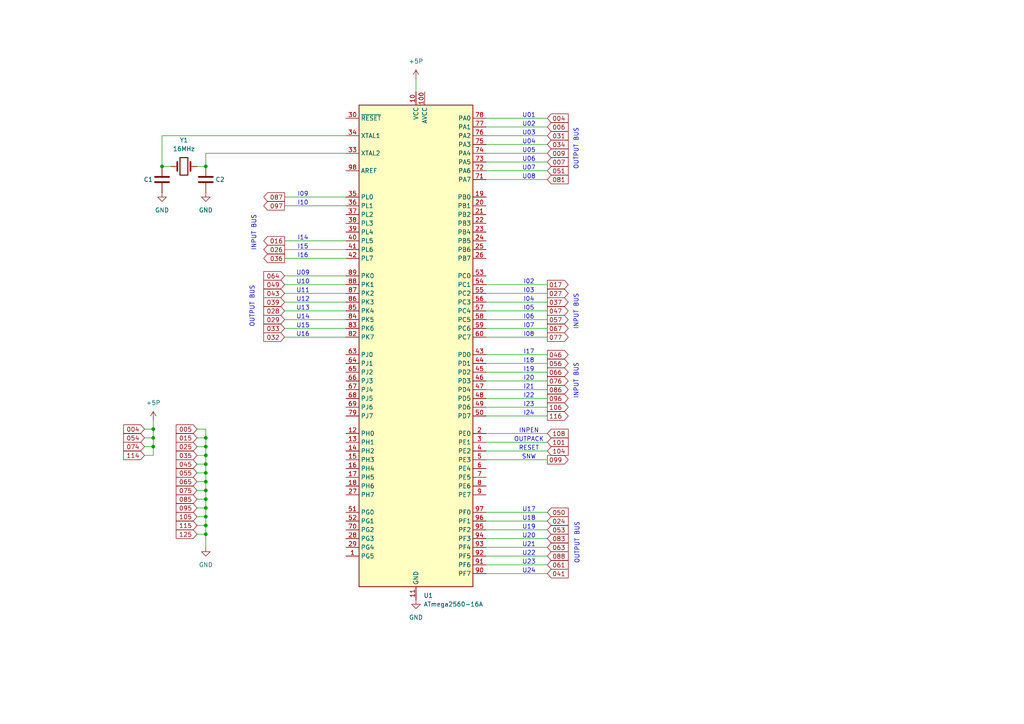
<source format=kicad_sch>
(kicad_sch (version 20231120) (generator "eeschema") (generator_version "8.0")
  (paper "A4")
  (lib_symbols
    (symbol "Device:C" (pin_numbers hide) (pin_names (offset 0.254))
      (property "Reference" "C" (at 0.635 2.54 0))
      (property "Value" "C" (at 0.635 -2.54 0))
      (symbol "C_0_1"
        (polyline (pts (xy -2.032 -0.762) (xy 2.032 -0.762)) (stroke (width 0.508)))
        (polyline (pts (xy -2.032 0.762) (xy 2.032 0.762)) (stroke (width 0.508)))
      )
      (symbol "C_1_1"
        (pin passive line (at 0 3.81 270) (length 2.794) (name "~") (number "1"))
        (pin passive line (at 0 -3.81 90) (length 2.794) (name "~") (number "2"))
      )
    )
    (symbol "Device:Crystal" (pin_numbers hide) (pin_names (offset 1.016) hide)
      (property "Reference" "Y" (at 0 3.81 0))
      (property "Value" "Crystal" (at 0 -3.81 0))
      (symbol "Crystal_0_1"
        (rectangle (start -1.143 2.54) (end 1.143 -2.54) (stroke (width 0.3048)))
        (polyline (pts (xy -2.54 0) (xy -1.905 0)))
        (polyline (pts (xy -1.905 -1.27) (xy -1.905 1.27)) (stroke (width 0.508)))
        (polyline (pts (xy 1.905 -1.27) (xy 1.905 1.27)) (stroke (width 0.508)))
        (polyline (pts (xy 2.54 0) (xy 1.905 0)))
      )
      (symbol "Crystal_1_1"
        (pin passive line (at -3.81 0 0) (length 1.27) (name "1") (number "1"))
        (pin passive line (at 3.81 0 180) (length 1.27) (name "2") (number "2"))
      )
    )
    (symbol "MCU_Microchip_ATmega:ATmega2560-16A"
      (property "Reference" "U" (at 0 1.27 0))
      (property "Value" "ATmega2560-16A" (at 0 -1.27 0))
      (symbol "ATmega2560-16A_0_1"
        (rectangle (start -16.51 -69.85) (end 16.51 69.85) (stroke (width 0.254)) (fill (type background)))
      )
      (symbol "ATmega2560-16A_1_1"
        (pin bidirectional line (at -20.32 -60.96 0) (length 3.81) (name "PG5") (number "1"))
        (pin power_in line (at 0 73.66 270) (length 3.81) (name "VCC") (number "10"))
        (pin power_in line (at 2.54 73.66 270) (length 3.81) (name "AVCC") (number "100"))
        (pin power_in line (at 0 -73.66 90) (length 3.81) (name "GND") (number "11"))
        (pin bidirectional line (at -20.32 -25.4 0) (length 3.81) (name "PH0") (number "12"))
        (pin bidirectional line (at -20.32 -27.94 0) (length 3.81) (name "PH1") (number "13"))
        (pin bidirectional line (at -20.32 -30.48 0) (length 3.81) (name "PH2") (number "14"))
        (pin bidirectional line (at -20.32 -33.02 0) (length 3.81) (name "PH3") (number "15"))
        (pin bidirectional line (at -20.32 -35.56 0) (length 3.81) (name "PH4") (number "16"))
        (pin bidirectional line (at -20.32 -38.1 0) (length 3.81) (name "PH5") (number "17"))
        (pin bidirectional line (at -20.32 -40.64 0) (length 3.81) (name "PH6") (number "18"))
        (pin bidirectional line (at 20.32 43.18 180) (length 3.81) (name "PB0") (number "19"))
        (pin bidirectional line (at 20.32 -25.4 180) (length 3.81) (name "PE0") (number "2"))
        (pin bidirectional line (at 20.32 40.64 180) (length 3.81) (name "PB1") (number "20"))
        (pin bidirectional line (at 20.32 38.1 180) (length 3.81) (name "PB2") (number "21"))
        (pin bidirectional line (at 20.32 35.56 180) (length 3.81) (name "PB3") (number "22"))
        (pin bidirectional line (at 20.32 33.02 180) (length 3.81) (name "PB4") (number "23"))
        (pin bidirectional line (at 20.32 30.48 180) (length 3.81) (name "PB5") (number "24"))
        (pin bidirectional line (at 20.32 27.94 180) (length 3.81) (name "PB6") (number "25"))
        (pin bidirectional line (at 20.32 25.4 180) (length 3.81) (name "PB7") (number "26"))
        (pin bidirectional line (at -20.32 -43.18 0) (length 3.81) (name "PH7") (number "27"))
        (pin bidirectional line (at -20.32 -55.88 0) (length 3.81) (name "PG3") (number "28"))
        (pin bidirectional line (at -20.32 -58.42 0) (length 3.81) (name "PG4") (number "29"))
        (pin bidirectional line (at 20.32 -27.94 180) (length 3.81) (name "PE1") (number "3"))
        (pin input line (at -20.32 66.04 0) (length 3.81) (name "~{RESET}") (number "30"))
        (pin passive line (at 0 73.66 270) (length 3.81) hide (name "VCC") (number "31"))
        (pin passive line (at 0 -73.66 90) (length 3.81) hide (name "GND") (number "32"))
        (pin output line (at -20.32 55.88 0) (length 3.81) (name "XTAL2") (number "33"))
        (pin input line (at -20.32 60.96 0) (length 3.81) (name "XTAL1") (number "34"))
        (pin bidirectional line (at -20.32 43.18 0) (length 3.81) (name "PL0") (number "35"))
        (pin bidirectional line (at -20.32 40.64 0) (length 3.81) (name "PL1") (number "36"))
        (pin bidirectional line (at -20.32 38.1 0) (length 3.81) (name "PL2") (number "37"))
        (pin bidirectional line (at -20.32 35.56 0) (length 3.81) (name "PL3") (number "38"))
        (pin bidirectional line (at -20.32 33.02 0) (length 3.81) (name "PL4") (number "39"))
        (pin bidirectional line (at 20.32 -30.48 180) (length 3.81) (name "PE2") (number "4"))
        (pin bidirectional line (at -20.32 30.48 0) (length 3.81) (name "PL5") (number "40"))
        (pin bidirectional line (at -20.32 27.94 0) (length 3.81) (name "PL6") (number "41"))
        (pin bidirectional line (at -20.32 25.4 0) (length 3.81) (name "PL7") (number "42"))
        (pin bidirectional line (at 20.32 -2.54 180) (length 3.81) (name "PD0") (number "43"))
        (pin bidirectional line (at 20.32 -5.08 180) (length 3.81) (name "PD1") (number "44"))
        (pin bidirectional line (at 20.32 -7.62 180) (length 3.81) (name "PD2") (number "45"))
        (pin bidirectional line (at 20.32 -10.16 180) (length 3.81) (name "PD3") (number "46"))
        (pin bidirectional line (at 20.32 -12.7 180) (length 3.81) (name "PD4") (number "47"))
        (pin bidirectional line (at 20.32 -15.24 180) (length 3.81) (name "PD5") (number "48"))
        (pin bidirectional line (at 20.32 -17.78 180) (length 3.81) (name "PD6") (number "49"))
        (pin bidirectional line (at 20.32 -33.02 180) (length 3.81) (name "PE3") (number "5"))
        (pin bidirectional line (at 20.32 -20.32 180) (length 3.81) (name "PD7") (number "50"))
        (pin bidirectional line (at -20.32 -48.26 0) (length 3.81) (name "PG0") (number "51"))
        (pin bidirectional line (at -20.32 -50.8 0) (length 3.81) (name "PG1") (number "52"))
        (pin bidirectional line (at 20.32 20.32 180) (length 3.81) (name "PC0") (number "53"))
        (pin bidirectional line (at 20.32 17.78 180) (length 3.81) (name "PC1") (number "54"))
        (pin bidirectional line (at 20.32 15.24 180) (length 3.81) (name "PC2") (number "55"))
        (pin bidirectional line (at 20.32 12.7 180) (length 3.81) (name "PC3") (number "56"))
        (pin bidirectional line (at 20.32 10.16 180) (length 3.81) (name "PC4") (number "57"))
        (pin bidirectional line (at 20.32 7.62 180) (length 3.81) (name "PC5") (number "58"))
        (pin bidirectional line (at 20.32 5.08 180) (length 3.81) (name "PC6") (number "59"))
        (pin bidirectional line (at 20.32 -35.56 180) (length 3.81) (name "PE4") (number "6"))
        (pin bidirectional line (at 20.32 2.54 180) (length 3.81) (name "PC7") (number "60"))
        (pin passive line (at 0 73.66 270) (length 3.81) hide (name "VCC") (number "61"))
        (pin passive line (at 0 -73.66 90) (length 3.81) hide (name "GND") (number "62"))
        (pin bidirectional line (at -20.32 -2.54 0) (length 3.81) (name "PJ0") (number "63"))
        (pin bidirectional line (at -20.32 -5.08 0) (length 3.81) (name "PJ1") (number "64"))
        (pin bidirectional line (at -20.32 -7.62 0) (length 3.81) (name "PJ2") (number "65"))
        (pin bidirectional line (at -20.32 -10.16 0) (length 3.81) (name "PJ3") (number "66"))
        (pin bidirectional line (at -20.32 -12.7 0) (length 3.81) (name "PJ4") (number "67"))
        (pin bidirectional line (at -20.32 -15.24 0) (length 3.81) (name "PJ5") (number "68"))
        (pin bidirectional line (at -20.32 -17.78 0) (length 3.81) (name "PJ6") (number "69"))
        (pin bidirectional line (at 20.32 -38.1 180) (length 3.81) (name "PE5") (number "7"))
        (pin bidirectional line (at -20.32 -53.34 0) (length 3.81) (name "PG2") (number "70"))
        (pin bidirectional line (at 20.32 48.26 180) (length 3.81) (name "PA7") (number "71"))
        (pin bidirectional line (at 20.32 50.8 180) (length 3.81) (name "PA6") (number "72"))
        (pin bidirectional line (at 20.32 53.34 180) (length 3.81) (name "PA5") (number "73"))
        (pin bidirectional line (at 20.32 55.88 180) (length 3.81) (name "PA4") (number "74"))
        (pin bidirectional line (at 20.32 58.42 180) (length 3.81) (name "PA3") (number "75"))
        (pin bidirectional line (at 20.32 60.96 180) (length 3.81) (name "PA2") (number "76"))
        (pin bidirectional line (at 20.32 63.5 180) (length 3.81) (name "PA1") (number "77"))
        (pin bidirectional line (at 20.32 66.04 180) (length 3.81) (name "PA0") (number "78"))
        (pin bidirectional line (at -20.32 -20.32 0) (length 3.81) (name "PJ7") (number "79"))
        (pin bidirectional line (at 20.32 -40.64 180) (length 3.81) (name "PE6") (number "8"))
        (pin passive line (at 0 73.66 270) (length 3.81) hide (name "VCC") (number "80"))
        (pin passive line (at 0 -73.66 90) (length 3.81) hide (name "GND") (number "81"))
        (pin bidirectional line (at -20.32 2.54 0) (length 3.81) (name "PK7") (number "82"))
        (pin bidirectional line (at -20.32 5.08 0) (length 3.81) (name "PK6") (number "83"))
        (pin bidirectional line (at -20.32 7.62 0) (length 3.81) (name "PK5") (number "84"))
        (pin bidirectional line (at -20.32 10.16 0) (length 3.81) (name "PK4") (number "85"))
        (pin bidirectional line (at -20.32 12.7 0) (length 3.81) (name "PK3") (number "86"))
        (pin bidirectional line (at -20.32 15.24 0) (length 3.81) (name "PK2") (number "87"))
        (pin bidirectional line (at -20.32 17.78 0) (length 3.81) (name "PK1") (number "88"))
        (pin bidirectional line (at -20.32 20.32 0) (length 3.81) (name "PK0") (number "89"))
        (pin bidirectional line (at 20.32 -43.18 180) (length 3.81) (name "PE7") (number "9"))
        (pin bidirectional line (at 20.32 -66.04 180) (length 3.81) (name "PF7") (number "90"))
        (pin bidirectional line (at 20.32 -63.5 180) (length 3.81) (name "PF6") (number "91"))
        (pin bidirectional line (at 20.32 -60.96 180) (length 3.81) (name "PF5") (number "92"))
        (pin bidirectional line (at 20.32 -58.42 180) (length 3.81) (name "PF4") (number "93"))
        (pin bidirectional line (at 20.32 -55.88 180) (length 3.81) (name "PF3") (number "94"))
        (pin bidirectional line (at 20.32 -53.34 180) (length 3.81) (name "PF2") (number "95"))
        (pin bidirectional line (at 20.32 -50.8 180) (length 3.81) (name "PF1") (number "96"))
        (pin bidirectional line (at 20.32 -48.26 180) (length 3.81) (name "PF0") (number "97"))
        (pin passive line (at -20.32 50.8 0) (length 3.81) (name "AREF") (number "98"))
        (pin passive line (at 0 -73.66 90) (length 3.81) hide (name "GND") (number "99"))
      )
    )
    (symbol "power:+5P" (power) (pin_numbers hide) (pin_names (offset 0) hide)
      (property "Value" "+5P" (at 0 3.556 0))
      (symbol "+5P_0_1"
        (polyline (pts (xy -0.762 1.27) (xy 0 2.54)))
        (polyline (pts (xy 0 0) (xy 0 2.54)))
        (polyline (pts (xy 0 2.54) (xy 0.762 1.27)))
      )
      (symbol "+5P_1_1"
        (pin power_in line (at 0 0 90) (length 0) (name "~") (number "1"))
      )
    )
    (symbol "power:GND" (power) (pin_numbers hide) (pin_names (offset 0) hide)
      (property "Value" "GND" (at 0 -3.81 0))
      (symbol "GND_0_1"
        (polyline (pts (xy 0 0) (xy 0 -1.27) (xy 1.27 -1.27) (xy 0 -2.54) (xy -1.27 -1.27) (xy 0 -1.27)))
      )
      (symbol "GND_1_1"
        (pin power_in line (at 0 0 270) (length 0) (name "~") (number "1"))
      )
    )
  )
  (junction (at 59.69 48.26))
  (junction (at 59.69 142.24))
  (junction (at 44.45 129.54))
  (junction (at 59.69 129.54))
  (junction (at 44.45 124.46))
  (junction (at 44.45 127))
  (junction (at 59.69 127))
  (junction (at 59.69 147.32))
  (junction (at 59.69 144.78))
  (junction (at 59.69 132.08))
  (junction (at 59.69 134.62))
  (junction (at 59.69 152.4))
  (junction (at 59.69 139.7))
  (junction (at 59.69 137.16))
  (junction (at 46.99 48.26))
  (junction (at 59.69 149.86))
  (junction (at 59.69 154.94))
  (wire (pts (xy 57.15 127) (xy 59.69 127)))
  (wire (pts (xy 100.33 39.37) (xy 46.99 39.37)))
  (wire (pts (xy 44.45 121.92) (xy 44.45 124.46)))
  (wire (pts (xy 82.55 87.63) (xy 100.33 87.63)))
  (wire (pts (xy 82.55 97.79) (xy 100.33 97.79)))
  (wire (pts (xy 57.15 142.24) (xy 59.69 142.24)))
  (wire (pts (xy 59.69 124.46) (xy 59.69 127)))
  (wire (pts (xy 158.75 97.79) (xy 140.97 97.79)))
  (wire (pts (xy 57.15 124.46) (xy 59.69 124.46)))
  (wire (pts (xy 322.58 59.69) (xy 340.36 59.69)))
  (wire (pts (xy 158.75 156.21) (xy 140.97 156.21)))
  (wire (pts (xy 322.58 21.59) (xy 340.36 21.59)))
  (wire (pts (xy 57.15 48.26) (xy 59.69 48.26)))
  (wire (pts (xy 322.58 34.29) (xy 340.36 34.29)))
  (wire (pts (xy 158.75 120.65) (xy 140.97 120.65)))
  (wire (pts (xy 59.69 137.16) (xy 59.69 139.7)))
  (wire (pts (xy 82.55 80.01) (xy 100.33 80.01)))
  (wire (pts (xy 82.55 69.85) (xy 100.33 69.85)))
  (wire (pts (xy 41.91 127) (xy 44.45 127)))
  (wire (pts (xy 59.69 147.32) (xy 59.69 149.86)))
  (wire (pts (xy 321.31 157.48) (xy 339.09 157.48)))
  (wire (pts (xy 321.31 137.16) (xy 339.09 137.16)))
  (wire (pts (xy 158.75 87.63) (xy 140.97 87.63)))
  (wire (pts (xy 158.75 118.11) (xy 140.97 118.11)))
  (wire (pts (xy 321.31 142.24) (xy 339.09 142.24)))
  (wire (pts (xy 82.55 74.93) (xy 100.33 74.93)))
  (wire (pts (xy 321.31 162.56) (xy 339.09 162.56)))
  (wire (pts (xy 158.75 36.83) (xy 140.97 36.83)))
  (wire (pts (xy 57.15 147.32) (xy 59.69 147.32)))
  (wire (pts (xy 158.75 128.27) (xy 140.97 128.27)))
  (wire (pts (xy 322.58 64.77) (xy 340.36 64.77)))
  (wire (pts (xy 158.75 52.07) (xy 140.97 52.07)))
  (wire (pts (xy 82.55 82.55) (xy 100.33 82.55)))
  (wire (pts (xy 100.33 44.45) (xy 59.69 44.45)))
  (wire (pts (xy 322.58 69.85) (xy 340.36 69.85)))
  (wire (pts (xy 322.58 16.51) (xy 340.36 16.51)))
  (wire (pts (xy 59.69 149.86) (xy 59.69 152.4)))
  (wire (pts (xy 59.69 142.24) (xy 59.69 144.78)))
  (wire (pts (xy 322.58 31.75) (xy 340.36 31.75)))
  (wire (pts (xy 46.99 39.37) (xy 46.99 48.26)))
  (wire (pts (xy 322.58 54.61) (xy 340.36 54.61)))
  (wire (pts (xy 321.31 152.4) (xy 339.09 152.4)))
  (wire (pts (xy 158.75 82.55) (xy 140.97 82.55)))
  (wire (pts (xy 322.58 46.99) (xy 340.36 46.99)))
  (wire (pts (xy 57.15 139.7) (xy 59.69 139.7)))
  (wire (pts (xy 59.69 44.45) (xy 59.69 48.26)))
  (wire (pts (xy 322.58 11.43) (xy 340.36 11.43)))
  (wire (pts (xy 158.75 151.13) (xy 140.97 151.13)))
  (wire (pts (xy 82.55 90.17) (xy 100.33 90.17)))
  (wire (pts (xy 321.31 154.94) (xy 339.09 154.94)))
  (wire (pts (xy 158.75 163.83) (xy 140.97 163.83)))
  (wire (pts (xy 82.55 92.71) (xy 100.33 92.71)))
  (wire (pts (xy 322.58 36.83) (xy 340.36 36.83)))
  (wire (pts (xy 321.31 147.32) (xy 339.09 147.32)))
  (wire (pts (xy 41.91 124.46) (xy 44.45 124.46)))
  (wire (pts (xy 44.45 129.54) (xy 44.45 132.08)))
  (wire (pts (xy 322.58 29.21) (xy 340.36 29.21)))
  (wire (pts (xy 321.31 127) (xy 339.09 127)))
  (wire (pts (xy 322.58 44.45) (xy 340.36 44.45)))
  (wire (pts (xy 82.55 95.25) (xy 100.33 95.25)))
  (wire (pts (xy 82.55 85.09) (xy 100.33 85.09)))
  (wire (pts (xy 158.75 90.17) (xy 140.97 90.17)))
  (wire (pts (xy 321.31 160.02) (xy 339.09 160.02)))
  (wire (pts (xy 322.58 24.13) (xy 340.36 24.13)))
  (wire (pts (xy 158.75 105.41) (xy 140.97 105.41)))
  (wire (pts (xy 321.31 139.7) (xy 339.09 139.7)))
  (wire (pts (xy 57.15 137.16) (xy 59.69 137.16)))
  (wire (pts (xy 321.31 111.76) (xy 339.09 111.76)))
  (wire (pts (xy 41.91 129.54) (xy 44.45 129.54)))
  (wire (pts (xy 158.75 85.09) (xy 140.97 85.09)))
  (wire (pts (xy 57.15 132.08) (xy 59.69 132.08)))
  (wire (pts (xy 321.31 119.38) (xy 339.09 119.38)))
  (wire (pts (xy 321.31 116.84) (xy 339.09 116.84)))
  (wire (pts (xy 158.75 158.75) (xy 140.97 158.75)))
  (wire (pts (xy 158.75 148.59) (xy 140.97 148.59)))
  (wire (pts (xy 158.75 125.73) (xy 140.97 125.73)))
  (wire (pts (xy 158.75 39.37) (xy 140.97 39.37)))
  (wire (pts (xy 158.75 92.71) (xy 140.97 92.71)))
  (wire (pts (xy 321.31 106.68) (xy 339.09 106.68)))
  (wire (pts (xy 321.31 109.22) (xy 339.09 109.22)))
  (wire (pts (xy 158.75 46.99) (xy 140.97 46.99)))
  (wire (pts (xy 158.75 166.37) (xy 140.97 166.37)))
  (wire (pts (xy 158.75 113.03) (xy 140.97 113.03)))
  (wire (pts (xy 59.69 152.4) (xy 59.69 154.94)))
  (wire (pts (xy 322.58 49.53) (xy 340.36 49.53)))
  (wire (pts (xy 322.58 62.23) (xy 340.36 62.23)))
  (wire (pts (xy 158.75 95.25) (xy 140.97 95.25)))
  (wire (pts (xy 322.58 26.67) (xy 340.36 26.67)))
  (wire (pts (xy 44.45 124.46) (xy 44.45 127)))
  (wire (pts (xy 120.65 22.86) (xy 120.65 26.67)))
  (wire (pts (xy 57.15 154.94) (xy 59.69 154.94)))
  (wire (pts (xy 59.69 127) (xy 59.69 129.54)))
  (wire (pts (xy 322.58 67.31) (xy 340.36 67.31)))
  (wire (pts (xy 57.15 144.78) (xy 59.69 144.78)))
  (wire (pts (xy 322.58 91.44) (xy 340.36 91.44)))
  (wire (pts (xy 158.75 161.29) (xy 140.97 161.29)))
  (wire (pts (xy 322.58 41.91) (xy 340.36 41.91)))
  (wire (pts (xy 57.15 149.86) (xy 59.69 149.86)))
  (wire (pts (xy 46.99 48.26) (xy 49.53 48.26)))
  (wire (pts (xy 59.69 154.94) (xy 59.69 158.75)))
  (wire (pts (xy 82.55 59.69) (xy 100.33 59.69)))
  (wire (pts (xy 321.31 149.86) (xy 339.09 149.86)))
  (wire (pts (xy 322.58 13.97) (xy 340.36 13.97)))
  (wire (pts (xy 158.75 34.29) (xy 140.97 34.29)))
  (wire (pts (xy 57.15 129.54) (xy 59.69 129.54)))
  (wire (pts (xy 44.45 127) (xy 44.45 129.54)))
  (wire (pts (xy 57.15 134.62) (xy 59.69 134.62)))
  (wire (pts (xy 59.69 129.54) (xy 59.69 132.08)))
  (wire (pts (xy 322.58 82.55) (xy 340.36 82.55)))
  (wire (pts (xy 158.75 115.57) (xy 140.97 115.57)))
  (wire (pts (xy 82.55 72.39) (xy 100.33 72.39)))
  (wire (pts (xy 158.75 44.45) (xy 140.97 44.45)))
  (wire (pts (xy 158.75 41.91) (xy 140.97 41.91)))
  (wire (pts (xy 158.75 107.95) (xy 140.97 107.95)))
  (wire (pts (xy 321.31 121.92) (xy 339.09 121.92)))
  (wire (pts (xy 322.58 19.05) (xy 340.36 19.05)))
  (wire (pts (xy 59.69 144.78) (xy 59.69 147.32)))
  (wire (pts (xy 321.31 114.3) (xy 339.09 114.3)))
  (wire (pts (xy 59.69 139.7) (xy 59.69 142.24)))
  (wire (pts (xy 321.31 144.78) (xy 339.09 144.78)))
  (wire (pts (xy 158.75 153.67) (xy 140.97 153.67)))
  (wire (pts (xy 321.31 124.46) (xy 339.09 124.46)))
  (wire (pts (xy 59.69 134.62) (xy 59.69 137.16)))
  (wire (pts (xy 158.75 130.81) (xy 140.97 130.81)))
  (wire (pts (xy 158.75 102.87) (xy 140.97 102.87)))
  (wire (pts (xy 322.58 57.15) (xy 340.36 57.15)))
  (wire (pts (xy 322.58 86.36) (xy 340.36 86.36)))
  (wire (pts (xy 82.55 57.15) (xy 100.33 57.15)))
  (wire (pts (xy 57.15 152.4) (xy 59.69 152.4)))
  (wire (pts (xy 59.69 132.08) (xy 59.69 134.62)))
  (wire (pts (xy 41.91 132.08) (xy 44.45 132.08)))
  (wire (pts (xy 158.75 133.35) (xy 140.97 133.35)))
  (wire (pts (xy 158.75 110.49) (xy 140.97 110.49)))
  (wire (pts (xy 322.58 52.07) (xy 340.36 52.07)))
  (wire (pts (xy 158.75 49.53) (xy 140.97 49.53)))
  (wire (pts (xy 322.58 39.37) (xy 340.36 39.37)))
  (text "INPUT BUS" (at 73.66 67.564 90) (effects (font (size 1.27 1.27))))
  (text "U19" (at 153.416 152.908 0) (effects (font (size 1.27 1.27))))
  (text "I07" (at 326.644 118.618 0) (effects (font (size 1.27 1.27))))
  (text "U05" (at 327.914 20.828 0) (effects (font (size 1.27 1.27))))
  (text "U22" (at 153.416 160.528 0) (effects (font (size 1.27 1.27))))
  (text "U17" (at 327.914 51.308 0) (effects (font (size 1.27 1.27))))
  (text "I21" (at 326.644 154.178 0) (effects (font (size 1.27 1.27))))
  (text "U09" (at 327.914 30.988 0) (effects (font (size 1.27 1.27))))
  (text "U22" (at 327.914 64.008 0) (effects (font (size 1.27 1.27))))
  (text "I06" (at 326.644 116.078 0) (effects (font (size 1.27 1.27))))
  (text "I23" (at 326.644 159.258 0) (effects (font (size 1.27 1.27))))
  (text "I21" (at 153.416 112.268 0) (effects (font (size 1.27 1.27))))
  (text "I19" (at 326.644 149.098 0) (effects (font (size 1.27 1.27))))
  (text "RESET" (at 153.416 130.048 0) (effects (font (size 1.27 1.27))))
  (text "OUTPACK" (at 153.416 127.508 0) (effects (font (size 1.27 1.27))))
  (text "I09" (at 87.884 56.388 0) (effects (font (size 1.27 1.27))))
  (text "U09" (at 87.884 79.248 0) (effects (font (size 1.27 1.27))))
  (text "I17" (at 153.416 102.108 0) (effects (font (size 1.27 1.27))))
  (text "U17" (at 153.416 147.828 0) (effects (font (size 1.27 1.27))))
  (text "I06" (at 153.416 91.948 0) (effects (font (size 1.27 1.27))))
  (text "U11" (at 327.914 36.068 0) (effects (font (size 1.27 1.27))))
  (text "U14" (at 327.914 43.688 0) (effects (font (size 1.27 1.27))))
  (text "U23" (at 327.914 66.548 0) (effects (font (size 1.27 1.27))))
  (text "I20" (at 326.644 151.638 0) (effects (font (size 1.27 1.27))))
  (text "I05" (at 153.416 89.408 0) (effects (font (size 1.27 1.27))))
  (text "I07" (at 153.416 94.488 0) (effects (font (size 1.27 1.27))))
  (text "U15" (at 327.914 46.228 0) (effects (font (size 1.27 1.27))))
  (text "U08" (at 327.914 28.448 0) (effects (font (size 1.27 1.27))))
  (text "U20" (at 153.416 155.448 0) (effects (font (size 1.27 1.27))))
  (text "U02" (at 327.914 13.208 0) (effects (font (size 1.27 1.27))))
  (text "I02" (at 326.644 105.918 0) (effects (font (size 1.27 1.27))))
  (text "I15" (at 326.644 138.938 0) (effects (font (size 1.27 1.27))))
  (text "INPUT BUS" (at 167.132 110.49 90) (effects (font (size 1.27 1.27))))
  (text "I20" (at 153.416 109.728 0) (effects (font (size 1.27 1.27))))
  (text "U21" (at 327.914 61.468 0) (effects (font (size 1.27 1.27))))
  (text "I14" (at 326.644 136.398 0) (effects (font (size 1.27 1.27))))
  (text "I18" (at 326.644 146.558 0) (effects (font (size 1.27 1.27))))
  (text "SNW" (at 327.914 90.678 0) (effects (font (size 1.27 1.27))))
  (text "U01" (at 153.416 33.528 0) (effects (font (size 1.27 1.27))))
  (text "I24" (at 326.644 161.798 0) (effects (font (size 1.27 1.27))))
  (text "U08" (at 153.416 51.308 0) (effects (font (size 1.27 1.27))))
  (text "U13" (at 87.884 89.408 0) (effects (font (size 1.27 1.27))))
  (text "INPUT BUS" (at 167.132 90.424 90) (effects (font (size 1.27 1.27))))
  (text "I14" (at 87.884 69.088 0) (effects (font (size 1.27 1.27))))
  (text "U06" (at 153.416 46.228 0) (effects (font (size 1.27 1.27))))
  (text "U16" (at 87.884 97.028 0) (effects (font (size 1.27 1.27))))
  (text "U14" (at 87.884 91.948 0) (effects (font (size 1.27 1.27))))
  (text "U11" (at 87.884 84.328 0) (effects (font (size 1.27 1.27))))
  (text "U02" (at 153.416 36.068 0) (effects (font (size 1.27 1.27))))
  (text "I24" (at 153.416 119.888 0) (effects (font (size 1.27 1.27))))
  (text "U18" (at 327.914 53.848 0) (effects (font (size 1.27 1.27))))
  (text "I04" (at 153.416 86.868 0) (effects (font (size 1.27 1.27))))
  (text "U19" (at 327.914 56.388 0) (effects (font (size 1.27 1.27))))
  (text "U21" (at 153.416 157.988 0) (effects (font (size 1.27 1.27))))
  (text "U06" (at 327.914 23.368 0) (effects (font (size 1.27 1.27))))
  (text "U03" (at 153.416 38.608 0) (effects (font (size 1.27 1.27))))
  (text "U18" (at 153.416 150.368 0) (effects (font (size 1.27 1.27))))
  (text "U04" (at 153.416 41.148 0) (effects (font (size 1.27 1.27))))
  (text "U23" (at 153.416 163.068 0) (effects (font (size 1.27 1.27))))
  (text "I23" (at 153.416 117.348 0) (effects (font (size 1.27 1.27))))
  (text "I17" (at 326.644 144.018 0) (effects (font (size 1.27 1.27))))
  (text "INPEN" (at 153.416 124.968 0) (effects (font (size 1.27 1.27))))
  (text "I10" (at 326.644 126.238 0) (effects (font (size 1.27 1.27))))
  (text "I02" (at 153.416 81.788 0) (effects (font (size 1.27 1.27))))
  (text "U04" (at 327.914 18.288 0) (effects (font (size 1.27 1.27))))
  (text "OUTPUT BUS" (at 167.386 157.48 90) (effects (font (size 1.27 1.27))))
  (text "U16" (at 327.914 48.768 0) (effects (font (size 1.27 1.27))))
  (text "I16" (at 326.644 141.478 0) (effects (font (size 1.27 1.27))))
  (text "I10" (at 87.884 58.928 0) (effects (font (size 1.27 1.27))))
  (text "I22" (at 153.416 114.808 0) (effects (font (size 1.27 1.27))))
  (text "I18" (at 153.416 104.648 0) (effects (font (size 1.27 1.27))))
  (text "I09" (at 326.644 123.698 0) (effects (font (size 1.27 1.27))))
  (text "U07" (at 153.416 48.768 0) (effects (font (size 1.27 1.27))))
  (text "I19" (at 153.416 107.188 0) (effects (font (size 1.27 1.27))))
  (text "I22" (at 326.644 156.718 0) (effects (font (size 1.27 1.27))))
  (text "SNW" (at 153.416 132.588 0) (effects (font (size 1.27 1.27))))
  (text "U13" (at 327.914 41.148 0) (effects (font (size 1.27 1.27))))
  (text "I04" (at 326.644 110.998 0) (effects (font (size 1.27 1.27))))
  (text "U24" (at 327.914 69.088 0) (effects (font (size 1.27 1.27))))
  (text "U24" (at 153.416 165.608 0) (effects (font (size 1.27 1.27))))
  (text "I08" (at 153.416 97.028 0) (effects (font (size 1.27 1.27))))
  (text "I15" (at 87.884 71.628 0) (effects (font (size 1.27 1.27))))
  (text "U03" (at 327.914 15.748 0) (effects (font (size 1.27 1.27))))
  (text "U01" (at 327.914 10.668 0) (effects (font (size 1.27 1.27))))
  (text "U10" (at 87.884 81.788 0) (effects (font (size 1.27 1.27))))
  (text "U10" (at 327.914 33.528 0) (effects (font (size 1.27 1.27))))
  (text "I03" (at 153.416 84.328 0) (effects (font (size 1.27 1.27))))
  (text "I16" (at 87.884 74.168 0) (effects (font (size 1.27 1.27))))
  (text "U20" (at 327.914 58.928 0) (effects (font (size 1.27 1.27))))
  (text "U07" (at 327.914 25.908 0) (effects (font (size 1.27 1.27))))
  (text "INPEN" (at 327.914 81.788 0) (effects (font (size 1.27 1.27))))
  (text "I03" (at 326.644 108.458 0) (effects (font (size 1.27 1.27))))
  (text "U12" (at 87.884 86.868 0) (effects (font (size 1.27 1.27))))
  (text "I08" (at 326.644 121.158 0) (effects (font (size 1.27 1.27))))
  (text "OUTPUT BUS" (at 167.132 43.18 90) (effects (font (size 1.27 1.27))))
  (text "OUTPACK" (at 327.914 85.598 0) (effects (font (size 1.27 1.27))))
  (text "U12" (at 327.914 38.608 0) (effects (font (size 1.27 1.27))))
  (text "U15" (at 87.884 94.488 0) (effects (font (size 1.27 1.27))))
  (text "U05" (at 153.416 43.688 0) (effects (font (size 1.27 1.27))))
  (text "I05" (at 326.644 113.538 0) (effects (font (size 1.27 1.27))))
  (text "OUTPUT BUS" (at 73.152 88.9 90) (effects (font (size 1.27 1.27))))
  (global_label "034" (shape input) (at 158.75 41.91 0) (property "Intersheetrefs" "${INTERSHEET_REFS}" (effects (hide yes))))
  (global_label "015" (shape input) (at 57.15 127 180) (property "Intersheetrefs" "${INTERSHEET_REFS}" (effects (hide yes))))
  (global_label "077" (shape output) (at 158.75 97.79 0) (property "Intersheetrefs" "${INTERSHEET_REFS}" (effects (hide yes))))
  (global_label "050" (shape input) (at 322.58 52.07 180) (property "Intersheetrefs" "${INTERSHEET_REFS}" (effects (hide yes))))
  (global_label "007" (shape input) (at 158.75 46.99 0) (property "Intersheetrefs" "${INTERSHEET_REFS}" (effects (hide yes))))
  (global_label "064" (shape input) (at 82.55 80.01 180) (property "Intersheetrefs" "${INTERSHEET_REFS}" (effects (hide yes))))
  (global_label "088" (shape input) (at 158.75 161.29 0) (property "Intersheetrefs" "${INTERSHEET_REFS}" (effects (hide yes))))
  (global_label "087" (shape output) (at 82.55 57.15 180) (property "Intersheetrefs" "${INTERSHEET_REFS}" (effects (hide yes))))
  (global_label "063" (shape input) (at 322.58 62.23 180) (property "Intersheetrefs" "${INTERSHEET_REFS}" (effects (hide yes))))
  (global_label "105" (shape input) (at 57.15 149.86 180) (property "Intersheetrefs" "${INTERSHEET_REFS}" (effects (hide yes))))
  (global_label "097" (shape output) (at 321.31 127 180) (property "Intersheetrefs" "${INTERSHEET_REFS}" (effects (hide yes))))
  (global_label "028" (shape input) (at 322.58 41.91 180) (property "Intersheetrefs" "${INTERSHEET_REFS}" (effects (hide yes))))
  (global_label "031" (shape input) (at 322.58 16.51 180) (property "Intersheetrefs" "${INTERSHEET_REFS}" (effects (hide yes))))
  (global_label "061" (shape input) (at 158.75 163.83 0) (property "Intersheetrefs" "${INTERSHEET_REFS}" (effects (hide yes))))
  (global_label "115" (shape input) (at 57.15 152.4 180) (property "Intersheetrefs" "${INTERSHEET_REFS}" (effects (hide yes))))
  (global_label "051" (shape input) (at 322.58 26.67 180) (property "Intersheetrefs" "${INTERSHEET_REFS}" (effects (hide yes))))
  (global_label "061" (shape input) (at 322.58 67.31 180) (property "Intersheetrefs" "${INTERSHEET_REFS}" (effects (hide yes))))
  (global_label "039" (shape input) (at 322.58 39.37 180) (property "Intersheetrefs" "${INTERSHEET_REFS}" (effects (hide yes))))
  (global_label "064" (shape input) (at 322.58 31.75 180) (property "Intersheetrefs" "${INTERSHEET_REFS}" (effects (hide yes))))
  (global_label "088" (shape input) (at 322.58 64.77 180) (property "Intersheetrefs" "${INTERSHEET_REFS}" (effects (hide yes))))
  (global_label "083" (shape input) (at 158.75 156.21 0) (property "Intersheetrefs" "${INTERSHEET_REFS}" (effects (hide yes))))
  (global_label "056" (shape output) (at 158.75 105.41 0) (property "Intersheetrefs" "${INTERSHEET_REFS}" (effects (hide yes))))
  (global_label "032" (shape input) (at 82.55 97.79 180) (property "Intersheetrefs" "${INTERSHEET_REFS}" (effects (hide yes))))
  (global_label "067" (shape output) (at 158.75 95.25 0) (property "Intersheetrefs" "${INTERSHEET_REFS}" (effects (hide yes))))
  (global_label "108" (shape input) (at 158.75 125.73 0) (property "Intersheetrefs" "${INTERSHEET_REFS}" (effects (hide yes))))
  (global_label "034" (shape input) (at 322.58 19.05 180) (property "Intersheetrefs" "${INTERSHEET_REFS}" (effects (hide yes))))
  (global_label "036" (shape output) (at 321.31 142.24 180) (property "Intersheetrefs" "${INTERSHEET_REFS}" (effects (hide yes))))
  (global_label "046" (shape output) (at 158.75 102.87 0) (property "Intersheetrefs" "${INTERSHEET_REFS}" (effects (hide yes))))
  (global_label "043" (shape input) (at 82.55 85.09 180) (property "Intersheetrefs" "${INTERSHEET_REFS}" (effects (hide yes))))
  (global_label "066" (shape output) (at 321.31 149.86 180) (property "Intersheetrefs" "${INTERSHEET_REFS}" (effects (hide yes))))
  (global_label "026" (shape output) (at 82.55 72.39 180) (property "Intersheetrefs" "${INTERSHEET_REFS}" (effects (hide yes))))
  (global_label "006" (shape input) (at 158.75 36.83 0) (property "Intersheetrefs" "${INTERSHEET_REFS}" (effects (hide yes))))
  (global_label "035" (shape input) (at 57.15 132.08 180) (property "Intersheetrefs" "${INTERSHEET_REFS}" (effects (hide yes))))
  (global_label "041" (shape input) (at 158.75 166.37 0) (property "Intersheetrefs" "${INTERSHEET_REFS}" (effects (hide yes))))
  (global_label "037" (shape output) (at 321.31 111.76 180) (property "Intersheetrefs" "${INTERSHEET_REFS}" (effects (hide yes))))
  (global_label "006" (shape input) (at 322.58 13.97 180) (property "Intersheetrefs" "${INTERSHEET_REFS}" (effects (hide yes))))
  (global_label "033" (shape input) (at 322.58 46.99 180) (property "Intersheetrefs" "${INTERSHEET_REFS}" (effects (hide yes))))
  (global_label "116" (shape output) (at 158.75 120.65 0) (property "Intersheetrefs" "${INTERSHEET_REFS}" (effects (hide yes))))
  (global_label "085" (shape input) (at 57.15 144.78 180) (property "Intersheetrefs" "${INTERSHEET_REFS}" (effects (hide yes))))
  (global_label "075" (shape input) (at 57.15 142.24 180) (property "Intersheetrefs" "${INTERSHEET_REFS}" (effects (hide yes))))
  (global_label "054" (shape input) (at 41.91 127 180) (property "Intersheetrefs" "${INTERSHEET_REFS}" (effects (hide yes))))
  (global_label "053" (shape input) (at 322.58 57.15 180) (property "Intersheetrefs" "${INTERSHEET_REFS}" (effects (hide yes))))
  (global_label "083" (shape input) (at 322.58 59.69 180) (property "Intersheetrefs" "${INTERSHEET_REFS}" (effects (hide yes))))
  (global_label "106" (shape output) (at 321.31 160.02 180) (property "Intersheetrefs" "${INTERSHEET_REFS}" (effects (hide yes))))
  (global_label "029" (shape input) (at 82.55 92.71 180) (property "Intersheetrefs" "${INTERSHEET_REFS}" (effects (hide yes))))
  (global_label "037" (shape output) (at 158.75 87.63 0) (property "Intersheetrefs" "${INTERSHEET_REFS}" (effects (hide yes))))
  (global_label "017" (shape output) (at 321.31 106.68 180) (property "Intersheetrefs" "${INTERSHEET_REFS}" (effects (hide yes))))
  (global_label "046" (shape output) (at 321.31 144.78 180) (property "Intersheetrefs" "${INTERSHEET_REFS}" (effects (hide yes))))
  (global_label "047" (shape output) (at 158.75 90.17 0) (property "Intersheetrefs" "${INTERSHEET_REFS}" (effects (hide yes))))
  (global_label "009" (shape input) (at 158.75 44.45 0) (property "Intersheetrefs" "${INTERSHEET_REFS}" (effects (hide yes))))
  (global_label "049" (shape input) (at 82.55 82.55 180) (property "Intersheetrefs" "${INTERSHEET_REFS}" (effects (hide yes))))
  (global_label "114" (shape input) (at 41.91 132.08 180) (property "Intersheetrefs" "${INTERSHEET_REFS}" (effects (hide yes))))
  (global_label "017" (shape output) (at 158.75 82.55 0) (property "Intersheetrefs" "${INTERSHEET_REFS}" (effects (hide yes))))
  (global_label "057" (shape output) (at 158.75 92.71 0) (property "Intersheetrefs" "${INTERSHEET_REFS}" (effects (hide yes))))
  (global_label "116" (shape output) (at 321.31 162.56 180) (property "Intersheetrefs" "${INTERSHEET_REFS}" (effects (hide yes))))
  (global_label "016" (shape output) (at 82.55 69.85 180) (property "Intersheetrefs" "${INTERSHEET_REFS}" (effects (hide yes))))
  (global_label "045" (shape input) (at 57.15 134.62 180) (property "Intersheetrefs" "${INTERSHEET_REFS}" (effects (hide yes))))
  (global_label "025" (shape input) (at 57.15 129.54 180) (property "Intersheetrefs" "${INTERSHEET_REFS}" (effects (hide yes))))
  (global_label "063" (shape input) (at 158.75 158.75 0) (property "Intersheetrefs" "${INTERSHEET_REFS}" (effects (hide yes))))
  (global_label "097" (shape output) (at 82.55 59.69 180) (property "Intersheetrefs" "${INTERSHEET_REFS}" (effects (hide yes))))
  (global_label "077" (shape output) (at 321.31 121.92 180) (property "Intersheetrefs" "${INTERSHEET_REFS}" (effects (hide yes))))
  (global_label "096" (shape output) (at 158.75 115.57 0) (property "Intersheetrefs" "${INTERSHEET_REFS}" (effects (hide yes))))
  (global_label "066" (shape output) (at 158.75 107.95 0) (property "Intersheetrefs" "${INTERSHEET_REFS}" (effects (hide yes))))
  (global_label "104" (shape input) (at 158.75 130.81 0) (property "Intersheetrefs" "${INTERSHEET_REFS}" (effects (hide yes))))
  (global_label "049" (shape input) (at 322.58 34.29 180) (property "Intersheetrefs" "${INTERSHEET_REFS}" (effects (hide yes))))
  (global_label "081" (shape input) (at 158.75 52.07 0) (property "Intersheetrefs" "${INTERSHEET_REFS}" (effects (hide yes))))
  (global_label "027" (shape output) (at 158.75 85.09 0) (property "Intersheetrefs" "${INTERSHEET_REFS}" (effects (hide yes))))
  (global_label "007" (shape input) (at 322.58 24.13 180) (property "Intersheetrefs" "${INTERSHEET_REFS}" (effects (hide yes))))
  (global_label "043" (shape input) (at 322.58 36.83 180) (property "Intersheetrefs" "${INTERSHEET_REFS}" (effects (hide yes))))
  (global_label "041" (shape input) (at 322.58 69.85 180) (property "Intersheetrefs" "${INTERSHEET_REFS}" (effects (hide yes))))
  (global_label "005" (shape input) (at 57.15 124.46 180) (property "Intersheetrefs" "${INTERSHEET_REFS}" (effects (hide yes))))
  (global_label "004" (shape input) (at 158.75 34.29 0) (property "Intersheetrefs" "${INTERSHEET_REFS}" (effects (hide yes))))
  (global_label "106" (shape output) (at 158.75 118.11 0) (property "Intersheetrefs" "${INTERSHEET_REFS}" (effects (hide yes))))
  (global_label "009" (shape input) (at 322.58 21.59 180) (property "Intersheetrefs" "${INTERSHEET_REFS}" (effects (hide yes))))
  (global_label "029" (shape input) (at 322.58 44.45 180) (property "Intersheetrefs" "${INTERSHEET_REFS}" (effects (hide yes))))
  (global_label "081" (shape input) (at 322.58 29.21 180) (property "Intersheetrefs" "${INTERSHEET_REFS}" (effects (hide yes))))
  (global_label "056" (shape output) (at 321.31 147.32 180) (property "Intersheetrefs" "${INTERSHEET_REFS}" (effects (hide yes))))
  (global_label "086" (shape output) (at 158.75 113.03 0) (property "Intersheetrefs" "${INTERSHEET_REFS}" (effects (hide yes))))
  (global_label "028" (shape input) (at 82.55 90.17 180) (property "Intersheetrefs" "${INTERSHEET_REFS}" (effects (hide yes))))
  (global_label "076" (shape output) (at 321.31 152.4 180) (property "Intersheetrefs" "${INTERSHEET_REFS}" (effects (hide yes))))
  (global_label "076" (shape output) (at 158.75 110.49 0) (property "Intersheetrefs" "${INTERSHEET_REFS}" (effects (hide yes))))
  (global_label "031" (shape input) (at 158.75 39.37 0) (property "Intersheetrefs" "${INTERSHEET_REFS}" (effects (hide yes))))
  (global_label "016" (shape output) (at 321.31 137.16 180) (property "Intersheetrefs" "${INTERSHEET_REFS}" (effects (hide yes))))
  (global_label "074" (shape input) (at 41.91 129.54 180) (property "Intersheetrefs" "${INTERSHEET_REFS}" (effects (hide yes))))
  (global_label "086" (shape output) (at 321.31 154.94 180) (property "Intersheetrefs" "${INTERSHEET_REFS}" (effects (hide yes))))
  (global_label "050" (shape input) (at 158.75 148.59 0) (property "Intersheetrefs" "${INTERSHEET_REFS}" (effects (hide yes))))
  (global_label "004" (shape input) (at 41.91 124.46 180) (property "Intersheetrefs" "${INTERSHEET_REFS}" (effects (hide yes))))
  (global_label "087" (shape output) (at 321.31 124.46 180) (property "Intersheetrefs" "${INTERSHEET_REFS}" (effects (hide yes))))
  (global_label "101" (shape input) (at 158.75 128.27 0) (property "Intersheetrefs" "${INTERSHEET_REFS}" (effects (hide yes))))
  (global_label "051" (shape input) (at 158.75 49.53 0) (property "Intersheetrefs" "${INTERSHEET_REFS}" (effects (hide yes))))
  (global_label "033" (shape input) (at 82.55 95.25 180) (property "Intersheetrefs" "${INTERSHEET_REFS}" (effects (hide yes))))
  (global_label "125" (shape input) (at 57.15 154.94 180) (property "Intersheetrefs" "${INTERSHEET_REFS}" (effects (hide yes))))
  (global_label "108" (shape input) (at 322.58 82.55 180) (property "Intersheetrefs" "${INTERSHEET_REFS}" (effects (hide yes))))
  (global_label "036" (shape output) (at 82.55 74.93 180) (property "Intersheetrefs" "${INTERSHEET_REFS}" (effects (hide yes))))
  (global_label "101" (shape input) (at 322.58 86.36 180) (property "Intersheetrefs" "${INTERSHEET_REFS}" (effects (hide yes))))
  (global_label "057" (shape output) (at 321.31 116.84 180) (property "Intersheetrefs" "${INTERSHEET_REFS}" (effects (hide yes))))
  (global_label "024" (shape input) (at 322.58 54.61 180) (property "Intersheetrefs" "${INTERSHEET_REFS}" (effects (hide yes))))
  (global_label "055" (shape input) (at 57.15 137.16 180) (property "Intersheetrefs" "${INTERSHEET_REFS}" (effects (hide yes))))
  (global_label "096" (shape output) (at 321.31 157.48 180) (property "Intersheetrefs" "${INTERSHEET_REFS}" (effects (hide yes))))
  (global_label "026" (shape output) (at 321.31 139.7 180) (property "Intersheetrefs" "${INTERSHEET_REFS}" (effects (hide yes))))
  (global_label "004" (shape input) (at 322.58 11.43 180) (property "Intersheetrefs" "${INTERSHEET_REFS}" (effects (hide yes))))
  (global_label "099" (shape output) (at 158.75 133.35 0) (property "Intersheetrefs" "${INTERSHEET_REFS}" (effects (hide yes))))
  (global_label "067" (shape output) (at 321.31 119.38 180) (property "Intersheetrefs" "${INTERSHEET_REFS}" (effects (hide yes))))
  (global_label "047" (shape output) (at 321.31 114.3 180) (property "Intersheetrefs" "${INTERSHEET_REFS}" (effects (hide yes))))
  (global_label "053" (shape input) (at 158.75 153.67 0) (property "Intersheetrefs" "${INTERSHEET_REFS}" (effects (hide yes))))
  (global_label "027" (shape output) (at 321.31 109.22 180) (property "Intersheetrefs" "${INTERSHEET_REFS}" (effects (hide yes))))
  (global_label "039" (shape input) (at 82.55 87.63 180) (property "Intersheetrefs" "${INTERSHEET_REFS}" (effects (hide yes))))
  (global_label "099" (shape output) (at 322.58 91.44 180) (property "Intersheetrefs" "${INTERSHEET_REFS}" (effects (hide yes))))
  (global_label "095" (shape input) (at 57.15 147.32 180) (property "Intersheetrefs" "${INTERSHEET_REFS}" (effects (hide yes))))
  (global_label "024" (shape input) (at 158.75 151.13 0) (property "Intersheetrefs" "${INTERSHEET_REFS}" (effects (hide yes))))
  (global_label "032" (shape input) (at 322.58 49.53 180) (property "Intersheetrefs" "${INTERSHEET_REFS}" (effects (hide yes))))
  (global_label "065" (shape input) (at 57.15 139.7 180) (property "Intersheetrefs" "${INTERSHEET_REFS}" (effects (hide yes))))
  (symbol (lib_id "power:GND") (at 120.65 173.99 0) (unit 1)
    (property "Reference" "#PWR04" (effects (hide yes)))
    (property "Value" "GND" (at 120.65 179.07 0))
    (property "Description" "Power symbol creates a global label with name \"GND\" , ground" (effects (hide yes)))
  )
  (symbol (lib_id "Device:Crystal") (at 53.34 48.26 180) (unit 1)
    (property "Reference" "Y1" (at 53.34 40.64 0))
    (property "Value" "16MHz" (at 53.34 43.18 0))
    (property "Description" "Two pin crystal" (effects (hide yes)))
  )
  (symbol (lib_id "power:GND") (at 46.99 55.88 0) (unit 1)
    (property "Reference" "#PWR05" (effects (hide yes)))
    (property "Value" "GND" (at 46.99 60.96 0))
    (property "Description" "Power symbol creates a global label with name \"GND\" , ground" (effects (hide yes)))
  )
  (symbol (lib_id "power:GND") (at 59.69 158.75 0) (unit 1)
    (property "Reference" "#PWR02" (effects (hide yes)))
    (property "Value" "GND" (at 59.69 163.83 0))
    (property "Description" "Power symbol creates a global label with name \"GND\" , ground" (effects (hide yes)))
  )
  (symbol (lib_id "MCU_Microchip_ATmega:ATmega2560-16A") (at 120.65 100.33 0) (unit 1)
    (property "Reference" "U1" (at 122.8441 172.72 0) (effects (justify left)))
    (property "Value" "ATmega2560-16A" (at 122.8441 175.26 0) (effects (justify left)))
    (property "Footprint" "Package_QFP:TQFP-100_14x14mm_P0.5mm" (effects (hide yes)))
    (property "Datasheet" "http://ww1.microchip.com/downloads/en/DeviceDoc/Atmel-2549-8-bit-AVR-Microcontroller-ATmega640-1280-1281-2560-2561_datasheet.pdf" (effects (hide yes)))
    (property "Description" "16MHz, 256kB Flash, 8kB SRAM, 4kB EEPROM, JTAG, TQFP-100" (effects (hide yes)))
  )
  (symbol (lib_id "power:GND") (at 59.69 55.88 0) (unit 1)
    (property "Reference" "#PWR06" (effects (hide yes)))
    (property "Value" "GND" (at 59.69 60.96 0))
    (property "Description" "Power symbol creates a global label with name \"GND\" , ground" (effects (hide yes)))
  )
  (symbol (lib_id "power:+5P") (at 120.65 22.86 0) (unit 1)
    (property "Reference" "#PWR03" (effects (hide yes)))
    (property "Value" "+5P" (at 120.65 17.78 0))
    (property "Description" "Power symbol creates a global label with name \"+5P\"" (effects (hide yes)))
  )
  (symbol (lib_id "power:+5P") (at 44.45 121.92 0) (unit 1)
    (property "Reference" "#PWR01" (effects (hide yes)))
    (property "Value" "+5P" (at 44.45 116.84 0))
    (property "Description" "Power symbol creates a global label with name \"+5P\"" (effects (hide yes)))
  )
  (symbol (lib_id "Device:C") (at 59.69 52.07 0) (unit 1)
    (property "Reference" "C2" (at 62.484 52.07 0) (effects (justify left)))
    (property "Value" "C" (effects (hide yes)))
    (property "Description" "Unpolarized capacitor" (effects (hide yes)))
  )
  (symbol (lib_id "Device:C") (at 46.99 52.07 0) (unit 1)
    (property "Reference" "C1" (at 41.656 52.07 0) (effects (justify left)))
    (property "Value" "C" (effects (hide yes)))
    (property "Description" "Unpolarized capacitor" (effects (hide yes)))
  )
)
</source>
